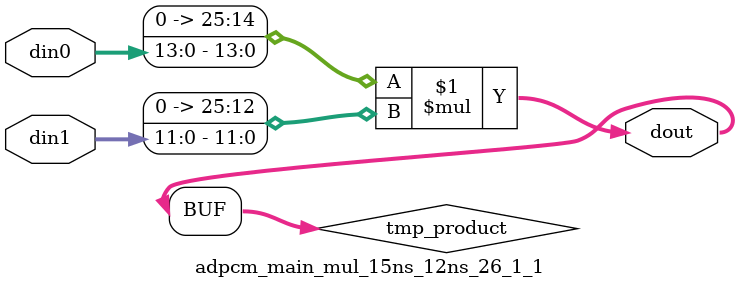
<source format=v>

`timescale 1 ns / 1 ps

  module adpcm_main_mul_15ns_12ns_26_1_1(din0, din1, dout);
parameter ID = 1;
parameter NUM_STAGE = 0;
parameter din0_WIDTH = 14;
parameter din1_WIDTH = 12;
parameter dout_WIDTH = 26;

input [din0_WIDTH - 1 : 0] din0; 
input [din1_WIDTH - 1 : 0] din1; 
output [dout_WIDTH - 1 : 0] dout;

wire signed [dout_WIDTH - 1 : 0] tmp_product;










assign tmp_product = $signed({1'b0, din0}) * $signed({1'b0, din1});











assign dout = tmp_product;







endmodule

</source>
